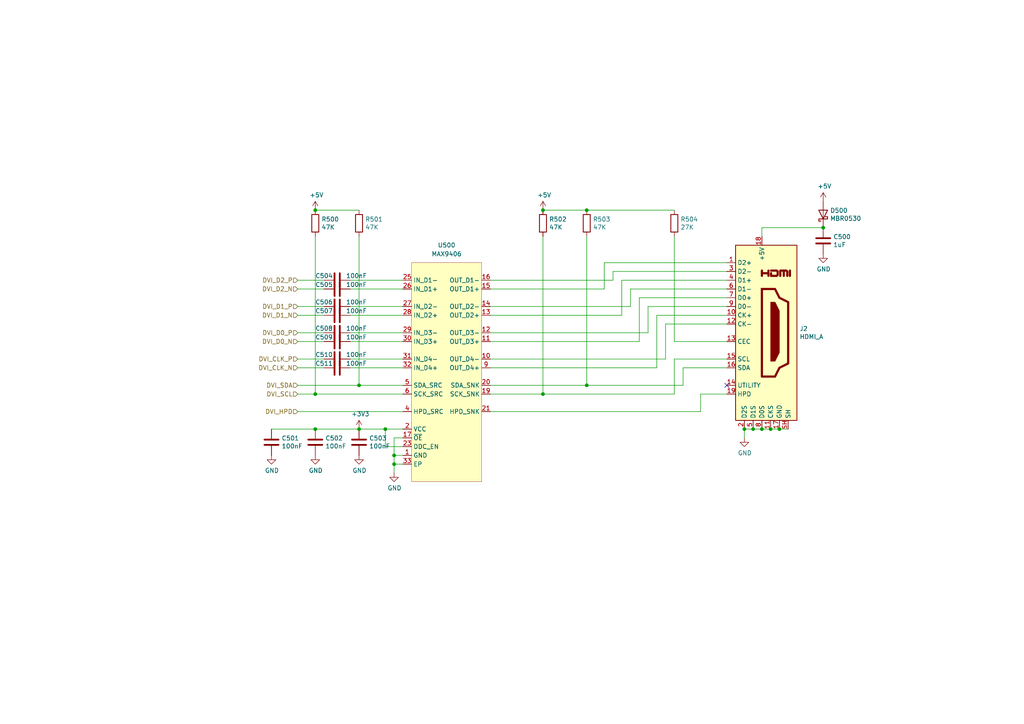
<source format=kicad_sch>
(kicad_sch (version 20210123) (generator eeschema)
  (paper "A4")
  (title_block (title "Dramite") (date "2021-01-22") (rev "R0.1") (company "Wenting Zhang"))
  (lib_symbols
    (symbol "Connector:HDMI_A"
      (property "Reference" "J" (at -6.35 26.67 0))
      (property "Value" "HDMI_A" (at 10.16 26.67 0))
      (symbol "HDMI_A_0_0"
        (polyline (pts (xy 8.128 16.51) (xy 8.128 18.034)) (stroke (width 0.635)))
        (polyline (pts (xy 0 16.51) (xy 0 18.034) (xy 0 17.272) (xy 1.905 17.272) (xy 1.905 18.034) (xy 1.905 16.51)) (stroke (width 0.635)))
        (polyline (pts (xy 2.667 18.034) (xy 4.318 18.034) (xy 4.572 17.78) (xy 4.572 16.764) (xy 4.318 16.51) (xy 2.667 16.51) (xy 2.667 17.272)) (stroke (width 0.635)))
      )
      (symbol "HDMI_A_0_1"
        (rectangle (start -7.62 25.4) (end 10.16 -25.4) (stroke (width 0.254)) (fill (type background)))
        (polyline (pts (xy 2.54 8.89) (xy 3.81 8.89) (xy 5.08 6.35) (xy 5.08 -5.715) (xy 3.81 -8.255) (xy 2.54 -8.255) (xy 2.54 8.89)) (fill (type outline)))
        (polyline (pts (xy 5.334 16.51) (xy 5.334 18.034) (xy 6.35 18.034) (xy 6.35 16.51) (xy 6.35 18.034) (xy 7.112 18.034) (xy 7.366 17.78) (xy 7.366 16.51)) (stroke (width 0.635)))
        (polyline (pts (xy 0 12.7) (xy 0 -12.7) (xy 3.81 -12.7) (xy 5.08 -10.16) (xy 7.62 -8.89) (xy 7.62 8.89) (xy 5.08 10.16) (xy 3.81 12.7) (xy 0 12.7)) (stroke (width 0.635)))
      )
      (symbol "HDMI_A_1_1"
        (pin passive line (at -10.16 20.32 0) (length 2.54) (name "D2+") (number "1"))
        (pin passive line (at -10.16 5.08 0) (length 2.54) (name "CK+") (number "10"))
        (pin power_in line (at 2.54 -27.94 90) (length 2.54) (name "CKS") (number "11"))
        (pin passive line (at -10.16 2.54 0) (length 2.54) (name "CK-") (number "12"))
        (pin bidirectional line (at -10.16 -2.54 0) (length 2.54) (name "CEC") (number "13"))
        (pin passive line (at -10.16 -15.24 0) (length 2.54) (name "UTILITY") (number "14"))
        (pin passive line (at -10.16 -7.62 0) (length 2.54) (name "SCL") (number "15"))
        (pin bidirectional line (at -10.16 -10.16 0) (length 2.54) (name "SDA") (number "16"))
        (pin power_in line (at 5.08 -27.94 90) (length 2.54) (name "GND") (number "17"))
        (pin power_in line (at 0 27.94 270) (length 2.54) (name "+5V") (number "18"))
        (pin passive line (at -10.16 -17.78 0) (length 2.54) (name "HPD") (number "19"))
        (pin power_in line (at -5.08 -27.94 90) (length 2.54) (name "D2S") (number "2"))
        (pin passive line (at -10.16 17.78 0) (length 2.54) (name "D2-") (number "3"))
        (pin passive line (at -10.16 15.24 0) (length 2.54) (name "D1+") (number "4"))
        (pin power_in line (at -2.54 -27.94 90) (length 2.54) (name "D1S") (number "5"))
        (pin passive line (at -10.16 12.7 0) (length 2.54) (name "D1-") (number "6"))
        (pin passive line (at -10.16 10.16 0) (length 2.54) (name "D0+") (number "7"))
        (pin power_in line (at 0 -27.94 90) (length 2.54) (name "D0S") (number "8"))
        (pin passive line (at -10.16 7.62 0) (length 2.54) (name "D0-") (number "9"))
        (pin passive line (at 7.62 -27.94 90) (length 2.54) (name "SH") (number "SH"))
      )
    )
    (symbol "Device:C" (pin_numbers hide) (pin_names (offset 0.254))
      (property "Reference" "C" (at 0.635 2.54 0))
      (property "Value" "C" (at 0.635 -2.54 0))
      (symbol "C_0_1"
        (polyline (pts (xy -2.032 -0.762) (xy 2.032 -0.762)) (stroke (width 0.508)))
        (polyline (pts (xy -2.032 0.762) (xy 2.032 0.762)) (stroke (width 0.508)))
      )
      (symbol "C_1_1"
        (pin passive line (at 0 3.81 270) (length 2.794) (name "~") (number "1"))
        (pin passive line (at 0 -3.81 90) (length 2.794) (name "~") (number "2"))
      )
    )
    (symbol "Device:R" (pin_numbers hide) (pin_names (offset 0))
      (property "Reference" "R" (at 2.032 0 90))
      (property "Value" "R" (at 0 0 90))
      (symbol "R_0_1"
        (rectangle (start -1.016 -2.54) (end 1.016 2.54) (stroke (width 0.254)))
      )
      (symbol "R_1_1"
        (pin passive line (at 0 3.81 270) (length 1.27) (name "~") (number "1"))
        (pin passive line (at 0 -3.81 90) (length 1.27) (name "~") (number "2"))
      )
    )
    (symbol "Diode:MBR0530" (pin_numbers hide) (pin_names (offset 1.016) hide)
      (property "Reference" "D" (at 0 2.54 0))
      (property "Value" "MBR0530" (at 0 -2.54 0))
      (symbol "MBR0530_0_1"
        (polyline (pts (xy 1.27 0) (xy -1.27 0)))
        (polyline (pts (xy 1.27 1.27) (xy 1.27 -1.27) (xy -1.27 0) (xy 1.27 1.27)) (stroke (width 0.254)))
        (polyline (pts (xy -1.905 0.635) (xy -1.905 1.27) (xy -1.27 1.27) (xy -1.27 -1.27) (xy -0.635 -1.27) (xy -0.635 -0.635)) (stroke (width 0.254)))
      )
      (symbol "MBR0530_1_1"
        (pin passive line (at -3.81 0 0) (length 2.54) (name "K") (number "1"))
        (pin passive line (at 3.81 0 180) (length 2.54) (name "A") (number "2"))
      )
    )
    (symbol "power:+3V3" (power) (pin_names (offset 0))
      (property "Value" "+3V3" (at 0 3.556 0))
      (symbol "+3V3_0_1"
        (polyline (pts (xy -0.762 1.27) (xy 0 2.54)))
        (polyline (pts (xy 0 0) (xy 0 2.54)))
        (polyline (pts (xy 0 2.54) (xy 0.762 1.27)))
      )
      (symbol "+3V3_1_1"
        (pin power_in line (at 0 0 90) (length 0) hide (name "+3V3") (number "1"))
      )
    )
    (symbol "power:+5V" (power) (pin_names (offset 0))
      (property "Value" "+5V" (at 0 3.556 0))
      (symbol "+5V_0_1"
        (polyline (pts (xy -0.762 1.27) (xy 0 2.54)))
        (polyline (pts (xy 0 0) (xy 0 2.54)))
        (polyline (pts (xy 0 2.54) (xy 0.762 1.27)))
      )
      (symbol "+5V_1_1"
        (pin power_in line (at 0 0 90) (length 0) hide (name "+5V") (number "1"))
      )
    )
    (symbol "power:GND" (power) (pin_names (offset 0))
      (property "Value" "GND" (at 0 -3.81 0))
      (symbol "GND_0_1"
        (polyline (pts (xy 0 0) (xy 0 -1.27) (xy 1.27 -1.27) (xy 0 -2.54) (xy -1.27 -1.27) (xy 0 -1.27)))
      )
      (symbol "GND_1_1"
        (pin power_in line (at 0 0 270) (length 0) hide (name "GND") (number "1"))
      )
    )
    (symbol "symbols:MAX9406"
      (property "Reference" "U" (at 0 0 0))
      (property "Value" "MAX9406" (at 0 -2.54 0))
      (symbol "MAX9406_0_1"
        (rectangle (start -10.16 -5.08) (end 10.16 -68.58) (stroke (width 0.001)) (fill (type background)))
      )
      (symbol "MAX9406_1_1"
        (pin input line (at -12.7 -10.16 0) (length 2.54) (name "IN_D1-") (number "25"))
        (pin input line (at -12.7 -12.7 0) (length 2.54) (name "IN_D1+") (number "26"))
        (pin input line (at -12.7 -17.78 0) (length 2.54) (name "IN_D2-") (number "27"))
        (pin input line (at -12.7 -20.32 0) (length 2.54) (name "IN_D2+") (number "28"))
        (pin input line (at -12.7 -25.4 0) (length 2.54) (name "IN_D3-") (number "29"))
        (pin input line (at -12.7 -27.94 0) (length 2.54) (name "IN_D3+") (number "30"))
        (pin input line (at -12.7 -33.02 0) (length 2.54) (name "IN_D4-") (number "31"))
        (pin input line (at -12.7 -35.56 0) (length 2.54) (name "IN_D4+") (number "32"))
        (pin bidirectional line (at -12.7 -40.64 0) (length 2.54) (name "SDA_SRC") (number "5"))
        (pin input line (at -12.7 -43.18 0) (length 2.54) (name "SCK_SRC") (number "6"))
        (pin output line (at -12.7 -48.26 0) (length 2.54) (name "HPD_SRC") (number "4"))
        (pin power_in line (at -12.7 -53.34 0) (length 2.54) (name "VCC") (number "2"))
        (pin input line (at -12.7 -55.88 0) (length 2.54) (name "~OE") (number "17"))
        (pin input line (at -12.7 -58.42 0) (length 2.54) (name "DDC_EN") (number "23"))
        (pin power_in line (at -12.7 -60.96 0) (length 2.54) (name "GND") (number "1"))
        (pin output line (at 12.7 -10.16 180) (length 2.54) (name "OUT_D1-") (number "16"))
        (pin output line (at 12.7 -12.7 180) (length 2.54) (name "OUT_D1+") (number "15"))
        (pin output line (at 12.7 -17.78 180) (length 2.54) (name "OUT_D2-") (number "14"))
        (pin output line (at 12.7 -20.32 180) (length 2.54) (name "OUT_D2+") (number "13"))
        (pin output line (at 12.7 -25.4 180) (length 2.54) (name "OUT_D3-") (number "12"))
        (pin output line (at 12.7 -27.94 180) (length 2.54) (name "OUT_D3+") (number "11"))
        (pin output line (at 12.7 -33.02 180) (length 2.54) (name "OUT_D4-") (number "10"))
        (pin output line (at 12.7 -35.56 180) (length 2.54) (name "OUT_D4+") (number "9"))
        (pin bidirectional line (at 12.7 -40.64 180) (length 2.54) (name "SDA_SNK") (number "20"))
        (pin output line (at 12.7 -43.18 180) (length 2.54) (name "SCK_SNK") (number "19"))
        (pin input line (at 12.7 -48.26 180) (length 2.54) (name "HPD_SNK") (number "21"))
        (pin power_in line (at -12.7 -60.96 0) (length 2.54) hide (name "GND") (number "3"))
        (pin power_in line (at -12.7 -60.96 0) (length 2.54) hide (name "GND") (number "8"))
        (pin power_in line (at -12.7 -60.96 0) (length 2.54) hide (name "GND") (number "18"))
        (pin power_in line (at -12.7 -60.96 0) (length 2.54) hide (name "GND") (number "22"))
        (pin power_in line (at -12.7 -53.34 0) (length 2.54) hide (name "VCC") (number "7"))
        (pin power_in line (at -12.7 -53.34 0) (length 2.54) hide (name "VCC") (number "24"))
        (pin power_in line (at -12.7 -63.5 0) (length 2.54) (name "EP") (number "33"))
      )
    )
  )
  (junction (at 91.44 60.96) (diameter 0.9144))
  (junction (at 91.44 114.3) (diameter 0.9144))
  (junction (at 91.44 124.46) (diameter 0.9144))
  (junction (at 104.14 111.76) (diameter 0.9144))
  (junction (at 104.14 124.46) (diameter 0.9144))
  (junction (at 111.76 124.46) (diameter 0.9144))
  (junction (at 114.3 132.08) (diameter 0.9144))
  (junction (at 114.3 134.62) (diameter 0.9144))
  (junction (at 157.48 60.96) (diameter 0.9144))
  (junction (at 157.48 114.3) (diameter 0.9144))
  (junction (at 170.18 60.96) (diameter 0.9144))
  (junction (at 170.18 111.76) (diameter 0.9144))
  (junction (at 215.9 124.46) (diameter 0.9144))
  (junction (at 218.44 124.46) (diameter 0.9144))
  (junction (at 220.98 124.46) (diameter 0.9144))
  (junction (at 223.52 124.46) (diameter 0.9144))
  (junction (at 226.06 124.46) (diameter 0.9144))
  (junction (at 238.76 66.04) (diameter 0.9144))
  (no_connect (at 210.82 111.76))
  (wire (pts (xy 78.74 124.46) (xy 91.44 124.46)))
  (wire (pts (xy 86.36 81.28) (xy 93.98 81.28)))
  (wire (pts (xy 86.36 83.82) (xy 93.98 83.82)))
  (wire (pts (xy 86.36 88.9) (xy 93.98 88.9)))
  (wire (pts (xy 86.36 91.44) (xy 93.98 91.44)))
  (wire (pts (xy 86.36 96.52) (xy 93.98 96.52)))
  (wire (pts (xy 86.36 99.06) (xy 93.98 99.06)))
  (wire (pts (xy 86.36 104.14) (xy 93.98 104.14)))
  (wire (pts (xy 86.36 106.68) (xy 93.98 106.68)))
  (wire (pts (xy 86.36 111.76) (xy 104.14 111.76)))
  (wire (pts (xy 86.36 114.3) (xy 91.44 114.3)))
  (wire (pts (xy 86.36 119.38) (xy 116.84 119.38)))
  (wire (pts (xy 91.44 60.96) (xy 104.14 60.96)))
  (wire (pts (xy 91.44 68.58) (xy 91.44 114.3)))
  (wire (pts (xy 91.44 114.3) (xy 116.84 114.3)))
  (wire (pts (xy 91.44 124.46) (xy 104.14 124.46)))
  (wire (pts (xy 101.6 81.28) (xy 116.84 81.28)))
  (wire (pts (xy 101.6 83.82) (xy 116.84 83.82)))
  (wire (pts (xy 101.6 88.9) (xy 116.84 88.9)))
  (wire (pts (xy 101.6 91.44) (xy 116.84 91.44)))
  (wire (pts (xy 101.6 96.52) (xy 116.84 96.52)))
  (wire (pts (xy 101.6 99.06) (xy 116.84 99.06)))
  (wire (pts (xy 101.6 104.14) (xy 116.84 104.14)))
  (wire (pts (xy 101.6 106.68) (xy 116.84 106.68)))
  (wire (pts (xy 104.14 68.58) (xy 104.14 111.76)))
  (wire (pts (xy 104.14 111.76) (xy 116.84 111.76)))
  (wire (pts (xy 111.76 124.46) (xy 104.14 124.46)))
  (wire (pts (xy 111.76 129.54) (xy 111.76 124.46)))
  (wire (pts (xy 114.3 127) (xy 114.3 132.08)))
  (wire (pts (xy 114.3 132.08) (xy 114.3 134.62)))
  (wire (pts (xy 114.3 134.62) (xy 114.3 137.16)))
  (wire (pts (xy 116.84 124.46) (xy 111.76 124.46)))
  (wire (pts (xy 116.84 127) (xy 114.3 127)))
  (wire (pts (xy 116.84 129.54) (xy 111.76 129.54)))
  (wire (pts (xy 116.84 132.08) (xy 114.3 132.08)))
  (wire (pts (xy 116.84 134.62) (xy 114.3 134.62)))
  (wire (pts (xy 142.24 81.28) (xy 177.8 81.28)))
  (wire (pts (xy 142.24 88.9) (xy 182.88 88.9)))
  (wire (pts (xy 142.24 91.44) (xy 180.34 91.44)))
  (wire (pts (xy 142.24 96.52) (xy 187.96 96.52)))
  (wire (pts (xy 142.24 104.14) (xy 193.04 104.14)))
  (wire (pts (xy 142.24 106.68) (xy 190.5 106.68)))
  (wire (pts (xy 142.24 111.76) (xy 170.18 111.76)))
  (wire (pts (xy 142.24 119.38) (xy 203.2 119.38)))
  (wire (pts (xy 157.48 60.96) (xy 170.18 60.96)))
  (wire (pts (xy 157.48 68.58) (xy 157.48 114.3)))
  (wire (pts (xy 157.48 114.3) (xy 142.24 114.3)))
  (wire (pts (xy 170.18 60.96) (xy 195.58 60.96)))
  (wire (pts (xy 170.18 68.58) (xy 170.18 111.76)))
  (wire (pts (xy 170.18 111.76) (xy 198.12 111.76)))
  (wire (pts (xy 175.26 76.2) (xy 175.26 83.82)))
  (wire (pts (xy 175.26 76.2) (xy 210.82 76.2)))
  (wire (pts (xy 175.26 83.82) (xy 142.24 83.82)))
  (wire (pts (xy 177.8 78.74) (xy 177.8 81.28)))
  (wire (pts (xy 177.8 78.74) (xy 210.82 78.74)))
  (wire (pts (xy 180.34 81.28) (xy 180.34 91.44)))
  (wire (pts (xy 180.34 81.28) (xy 210.82 81.28)))
  (wire (pts (xy 182.88 83.82) (xy 182.88 88.9)))
  (wire (pts (xy 182.88 83.82) (xy 210.82 83.82)))
  (wire (pts (xy 185.42 86.36) (xy 185.42 99.06)))
  (wire (pts (xy 185.42 86.36) (xy 210.82 86.36)))
  (wire (pts (xy 185.42 99.06) (xy 142.24 99.06)))
  (wire (pts (xy 187.96 88.9) (xy 210.82 88.9)))
  (wire (pts (xy 187.96 96.52) (xy 187.96 88.9)))
  (wire (pts (xy 190.5 91.44) (xy 190.5 106.68)))
  (wire (pts (xy 190.5 91.44) (xy 210.82 91.44)))
  (wire (pts (xy 193.04 93.98) (xy 210.82 93.98)))
  (wire (pts (xy 193.04 104.14) (xy 193.04 93.98)))
  (wire (pts (xy 195.58 68.58) (xy 195.58 99.06)))
  (wire (pts (xy 195.58 104.14) (xy 195.58 114.3)))
  (wire (pts (xy 195.58 104.14) (xy 210.82 104.14)))
  (wire (pts (xy 195.58 114.3) (xy 157.48 114.3)))
  (wire (pts (xy 198.12 106.68) (xy 210.82 106.68)))
  (wire (pts (xy 198.12 111.76) (xy 198.12 106.68)))
  (wire (pts (xy 203.2 114.3) (xy 210.82 114.3)))
  (wire (pts (xy 203.2 119.38) (xy 203.2 114.3)))
  (wire (pts (xy 210.82 99.06) (xy 195.58 99.06)))
  (wire (pts (xy 215.9 127) (xy 215.9 124.46)))
  (wire (pts (xy 218.44 124.46) (xy 215.9 124.46)))
  (wire (pts (xy 220.98 66.04) (xy 220.98 68.58)))
  (wire (pts (xy 220.98 124.46) (xy 218.44 124.46)))
  (wire (pts (xy 223.52 124.46) (xy 220.98 124.46)))
  (wire (pts (xy 226.06 124.46) (xy 223.52 124.46)))
  (wire (pts (xy 228.6 124.46) (xy 226.06 124.46)))
  (wire (pts (xy 238.76 66.04) (xy 220.98 66.04)))
  (hierarchical_label "DVI_D2_P" (shape input) (at 86.36 81.28 180))
  (hierarchical_label "DVI_D2_N" (shape input) (at 86.36 83.82 180))
  (hierarchical_label "DVI_D1_P" (shape input) (at 86.36 88.9 180))
  (hierarchical_label "DVI_D1_N" (shape input) (at 86.36 91.44 180))
  (hierarchical_label "DVI_D0_P" (shape input) (at 86.36 96.52 180))
  (hierarchical_label "DVI_D0_N" (shape input) (at 86.36 99.06 180))
  (hierarchical_label "DVI_CLK_P" (shape input) (at 86.36 104.14 180))
  (hierarchical_label "DVI_CLK_N" (shape input) (at 86.36 106.68 180))
  (hierarchical_label "DVI_SDA" (shape input) (at 86.36 111.76 180))
  (hierarchical_label "DVI_SCL" (shape input) (at 86.36 114.3 180))
  (hierarchical_label "DVI_HPD" (shape input) (at 86.36 119.38 180))
  (symbol (lib_id "power:+5V") (at 91.44 60.96 0) (unit 1)
    (property "Reference" "#PWR015" (effects hide))
    (property "Value" "+5V" (at 91.821 56.5658 0))
  )
  (symbol (lib_id "power:+3V3") (at 104.14 124.46 0) (unit 1)
    (property "Reference" "#PWR018" (effects hide))
    (property "Value" "+3V3" (at 104.521 120.0658 0))
  )
  (symbol (lib_id "power:+5V") (at 157.48 60.96 0) (unit 1)
    (property "Reference" "#PWR023" (effects hide))
    (property "Value" "+5V" (at 157.861 56.5658 0))
  )
  (symbol (lib_id "power:+5V") (at 238.76 58.42 0) (unit 1)
    (property "Reference" "#PWR025" (effects hide))
    (property "Value" "+5V" (at 239.141 54.0258 0))
  )
  (symbol (lib_id "power:GND") (at 78.74 132.08 0) (unit 1)
    (property "Reference" "#PWR0102" (effects hide))
    (property "Value" "GND" (at 78.867 136.4742 0))
  )
  (symbol (lib_id "power:GND") (at 91.44 132.08 0) (unit 1)
    (property "Reference" "#PWR0101" (effects hide))
    (property "Value" "GND" (at 91.567 136.4742 0))
  )
  (symbol (lib_id "power:GND") (at 104.14 132.08 0) (unit 1)
    (property "Reference" "#PWR019" (effects hide))
    (property "Value" "GND" (at 104.267 136.4742 0))
  )
  (symbol (lib_id "power:GND") (at 114.3 137.16 0) (unit 1)
    (property "Reference" "#PWR020" (effects hide))
    (property "Value" "GND" (at 114.427 141.5542 0))
  )
  (symbol (lib_id "power:GND") (at 215.9 127 0) (unit 1)
    (property "Reference" "#PWR024" (effects hide))
    (property "Value" "GND" (at 216.027 131.3942 0))
  )
  (symbol (lib_id "power:GND") (at 238.76 73.66 0) (unit 1)
    (property "Reference" "#PWR026" (effects hide))
    (property "Value" "GND" (at 238.887 78.0542 0))
  )
  (symbol (lib_id "Device:R") (at 91.44 64.77 0) (unit 1)
    (property "Reference" "R500" (at 93.218 63.602 0) (effects (justify left)))
    (property "Value" "47K" (at 93.218 65.913 0) (effects (justify left)))
    (property "Footprint" "Resistor_SMD:R_0603_1608Metric" (effects hide))
  )
  (symbol (lib_id "Device:R") (at 104.14 64.77 0) (unit 1)
    (property "Reference" "R501" (at 105.918 63.602 0) (effects (justify left)))
    (property "Value" "47K" (at 105.918 65.913 0) (effects (justify left)))
    (property "Footprint" "Resistor_SMD:R_0603_1608Metric" (effects hide))
  )
  (symbol (lib_id "Device:R") (at 157.48 64.77 0) (unit 1)
    (property "Reference" "R502" (at 159.258 63.602 0) (effects (justify left)))
    (property "Value" "47K" (at 159.258 65.913 0) (effects (justify left)))
    (property "Footprint" "Resistor_SMD:R_0603_1608Metric" (effects hide))
  )
  (symbol (lib_id "Device:R") (at 170.18 64.77 0) (unit 1)
    (property "Reference" "R503" (at 171.958 63.602 0) (effects (justify left)))
    (property "Value" "47K" (at 171.958 65.913 0) (effects (justify left)))
    (property "Footprint" "Resistor_SMD:R_0603_1608Metric" (effects hide))
  )
  (symbol (lib_id "Device:R") (at 195.58 64.77 0) (unit 1)
    (property "Reference" "R504" (at 197.358 63.602 0) (effects (justify left)))
    (property "Value" "27K" (at 197.358 65.913 0) (effects (justify left)))
    (property "Footprint" "Resistor_SMD:R_0603_1608Metric" (effects hide))
  )
  (symbol (lib_id "Diode:MBR0530") (at 238.76 62.23 90) (unit 1)
    (property "Reference" "D500" (at 240.767 61.062 90) (effects (justify right)))
    (property "Value" "MBR0530" (at 240.7666 63.373 90) (effects (justify right)))
    (property "Footprint" "Diode_SMD:D_SOD-123" (effects hide))
    (property "Datasheet" "http://www.mccsemi.com/up_pdf/MBR0520~MBR0580(SOD123).pdf" (effects hide))
  )
  (symbol (lib_id "Device:C") (at 78.74 128.27 180) (unit 1)
    (property "Reference" "C501" (at 81.661 127.102 0) (effects (justify right)))
    (property "Value" "100nF" (at 81.661 129.413 0) (effects (justify right)))
    (property "Footprint" "Capacitor_SMD:C_0402_1005Metric" (effects hide))
  )
  (symbol (lib_id "Device:C") (at 91.44 128.27 180) (unit 1)
    (property "Reference" "C502" (at 94.361 127.102 0) (effects (justify right)))
    (property "Value" "100nF" (at 94.361 129.413 0) (effects (justify right)))
    (property "Footprint" "Capacitor_SMD:C_0402_1005Metric" (effects hide))
  )
  (symbol (lib_id "Device:C") (at 97.79 81.28 270) (mirror x) (unit 1)
    (property "Reference" "C504" (at 91.44 80.01 90) (effects (justify left)))
    (property "Value" "100nF" (at 100.33 80.01 90) (effects (justify left)))
    (property "Footprint" "Capacitor_SMD:C_0402_1005Metric" (effects hide))
  )
  (symbol (lib_id "Device:C") (at 97.79 83.82 270) (mirror x) (unit 1)
    (property "Reference" "C505" (at 91.44 82.55 90) (effects (justify left)))
    (property "Value" "100nF" (at 100.33 82.55 90) (effects (justify left)))
    (property "Footprint" "Capacitor_SMD:C_0402_1005Metric" (effects hide))
  )
  (symbol (lib_id "Device:C") (at 97.79 88.9 270) (mirror x) (unit 1)
    (property "Reference" "C506" (at 91.44 87.63 90) (effects (justify left)))
    (property "Value" "100nF" (at 100.33 87.63 90) (effects (justify left)))
    (property "Footprint" "Capacitor_SMD:C_0402_1005Metric" (effects hide))
  )
  (symbol (lib_id "Device:C") (at 97.79 91.44 270) (mirror x) (unit 1)
    (property "Reference" "C507" (at 91.44 90.17 90) (effects (justify left)))
    (property "Value" "100nF" (at 100.33 90.17 90) (effects (justify left)))
    (property "Footprint" "Capacitor_SMD:C_0402_1005Metric" (effects hide))
  )
  (symbol (lib_id "Device:C") (at 97.79 96.52 270) (mirror x) (unit 1)
    (property "Reference" "C508" (at 91.44 95.25 90) (effects (justify left)))
    (property "Value" "100nF" (at 100.33 95.25 90) (effects (justify left)))
    (property "Footprint" "Capacitor_SMD:C_0402_1005Metric" (effects hide))
  )
  (symbol (lib_id "Device:C") (at 97.79 99.06 270) (mirror x) (unit 1)
    (property "Reference" "C509" (at 91.44 97.79 90) (effects (justify left)))
    (property "Value" "100nF" (at 100.33 97.79 90) (effects (justify left)))
    (property "Footprint" "Capacitor_SMD:C_0402_1005Metric" (effects hide))
  )
  (symbol (lib_id "Device:C") (at 97.79 104.14 270) (mirror x) (unit 1)
    (property "Reference" "C510" (at 91.44 102.87 90) (effects (justify left)))
    (property "Value" "100nF" (at 100.33 102.87 90) (effects (justify left)))
    (property "Footprint" "Capacitor_SMD:C_0402_1005Metric" (effects hide))
  )
  (symbol (lib_id "Device:C") (at 97.79 106.68 270) (mirror x) (unit 1)
    (property "Reference" "C511" (at 91.44 105.41 90) (effects (justify left)))
    (property "Value" "100nF" (at 100.33 105.41 90) (effects (justify left)))
    (property "Footprint" "Capacitor_SMD:C_0402_1005Metric" (effects hide))
  )
  (symbol (lib_id "Device:C") (at 104.14 128.27 180) (unit 1)
    (property "Reference" "C503" (at 107.061 127.102 0) (effects (justify right)))
    (property "Value" "100nF" (at 107.061 129.413 0) (effects (justify right)))
    (property "Footprint" "Capacitor_SMD:C_0402_1005Metric" (effects hide))
  )
  (symbol (lib_id "Device:C") (at 238.76 69.85 180) (unit 1)
    (property "Reference" "C500" (at 241.681 68.682 0) (effects (justify right)))
    (property "Value" "1uF" (at 241.681 70.993 0) (effects (justify right)))
    (property "Footprint" "Capacitor_SMD:C_0402_1005Metric" (effects hide))
  )
  (symbol (lib_id "Connector:HDMI_A") (at 220.98 96.52 0) (unit 1)
    (property "Reference" "J2" (at 231.902 95.3516 0) (effects (justify left)))
    (property "Value" "HDMI_A" (at 231.902 97.663 0) (effects (justify left)))
    (property "Footprint" "footprints:HDMI_A_Female" (effects hide))
    (property "Datasheet" "https://en.wikipedia.org/wiki/HDMI" (effects hide))
  )
  (symbol (lib_id "symbols:MAX9406") (at 129.54 71.12 0) (unit 1)
    (property "Reference" "U500" (at 129.54 71.12 0))
    (property "Value" "MAX9406" (at 129.54 73.66 0))
    (property "Footprint" "Package_DFN_QFN:QFN-32-1EP_5x5mm_P0.5mm_EP3.1x3.1mm" (effects hide))
  )
)
</source>
